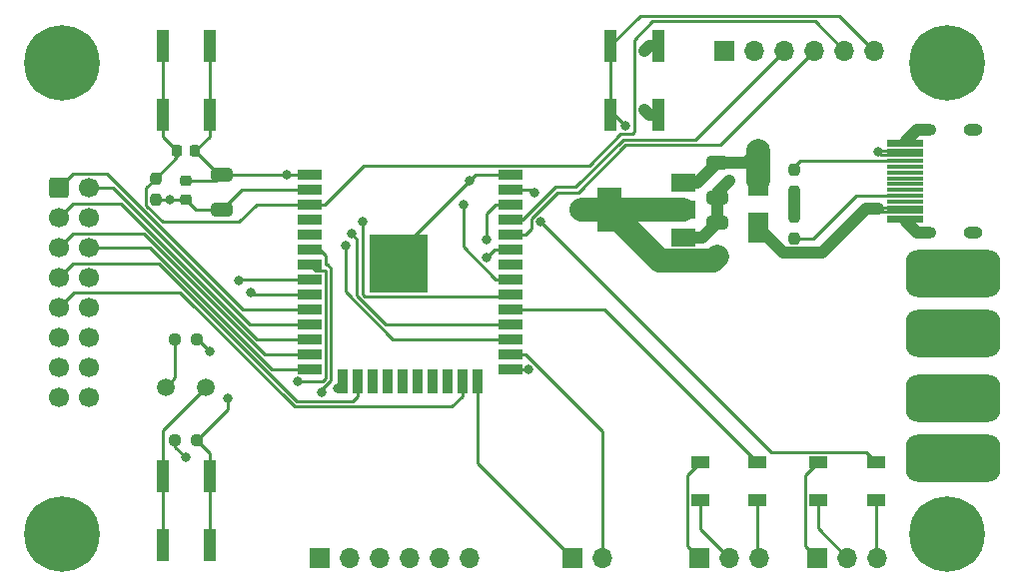
<source format=gtl>
G04 #@! TF.GenerationSoftware,KiCad,Pcbnew,6.0.9-8da3e8f707~117~ubuntu22.04.1*
G04 #@! TF.CreationDate,2022-12-19T09:45:41+00:00*
G04 #@! TF.ProjectId,esp32display,65737033-3264-4697-9370-6c61792e6b69,rev?*
G04 #@! TF.SameCoordinates,Original*
G04 #@! TF.FileFunction,Copper,L1,Top*
G04 #@! TF.FilePolarity,Positive*
%FSLAX46Y46*%
G04 Gerber Fmt 4.6, Leading zero omitted, Abs format (unit mm)*
G04 Created by KiCad (PCBNEW 6.0.9-8da3e8f707~117~ubuntu22.04.1) date 2022-12-19 09:45:41*
%MOMM*%
%LPD*%
G01*
G04 APERTURE LIST*
G04 Aperture macros list*
%AMRoundRect*
0 Rectangle with rounded corners*
0 $1 Rounding radius*
0 $2 $3 $4 $5 $6 $7 $8 $9 X,Y pos of 4 corners*
0 Add a 4 corners polygon primitive as box body*
4,1,4,$2,$3,$4,$5,$6,$7,$8,$9,$2,$3,0*
0 Add four circle primitives for the rounded corners*
1,1,$1+$1,$2,$3*
1,1,$1+$1,$4,$5*
1,1,$1+$1,$6,$7*
1,1,$1+$1,$8,$9*
0 Add four rect primitives between the rounded corners*
20,1,$1+$1,$2,$3,$4,$5,0*
20,1,$1+$1,$4,$5,$6,$7,0*
20,1,$1+$1,$6,$7,$8,$9,0*
20,1,$1+$1,$8,$9,$2,$3,0*%
G04 Aperture macros list end*
G04 #@! TA.AperFunction,SMDPad,CuDef*
%ADD10R,1.000000X2.800000*%
G04 #@! TD*
G04 #@! TA.AperFunction,ComponentPad*
%ADD11R,1.700000X1.700000*%
G04 #@! TD*
G04 #@! TA.AperFunction,ComponentPad*
%ADD12O,1.700000X1.700000*%
G04 #@! TD*
G04 #@! TA.AperFunction,SMDPad,CuDef*
%ADD13RoundRect,0.237500X-0.250000X-0.237500X0.250000X-0.237500X0.250000X0.237500X-0.250000X0.237500X0*%
G04 #@! TD*
G04 #@! TA.AperFunction,SMDPad,CuDef*
%ADD14R,3.150000X0.300000*%
G04 #@! TD*
G04 #@! TA.AperFunction,ComponentPad*
%ADD15O,2.100000X1.000000*%
G04 #@! TD*
G04 #@! TA.AperFunction,ComponentPad*
%ADD16O,1.600000X1.000000*%
G04 #@! TD*
G04 #@! TA.AperFunction,SMDPad,CuDef*
%ADD17RoundRect,0.237500X0.237500X-0.250000X0.237500X0.250000X-0.237500X0.250000X-0.237500X-0.250000X0*%
G04 #@! TD*
G04 #@! TA.AperFunction,ComponentPad*
%ADD18RoundRect,1.000000X-3.000000X1.000000X-3.000000X-1.000000X3.000000X-1.000000X3.000000X1.000000X0*%
G04 #@! TD*
G04 #@! TA.AperFunction,SMDPad,CuDef*
%ADD19RoundRect,0.250000X0.650000X-0.325000X0.650000X0.325000X-0.650000X0.325000X-0.650000X-0.325000X0*%
G04 #@! TD*
G04 #@! TA.AperFunction,SMDPad,CuDef*
%ADD20R,2.000000X0.900000*%
G04 #@! TD*
G04 #@! TA.AperFunction,SMDPad,CuDef*
%ADD21R,0.900000X2.000000*%
G04 #@! TD*
G04 #@! TA.AperFunction,SMDPad,CuDef*
%ADD22R,5.000000X5.000000*%
G04 #@! TD*
G04 #@! TA.AperFunction,SMDPad,CuDef*
%ADD23RoundRect,0.225000X-0.225000X-0.250000X0.225000X-0.250000X0.225000X0.250000X-0.225000X0.250000X0*%
G04 #@! TD*
G04 #@! TA.AperFunction,ComponentPad*
%ADD24C,0.800000*%
G04 #@! TD*
G04 #@! TA.AperFunction,ComponentPad*
%ADD25C,6.400000*%
G04 #@! TD*
G04 #@! TA.AperFunction,SMDPad,CuDef*
%ADD26RoundRect,0.237500X0.250000X0.237500X-0.250000X0.237500X-0.250000X-0.237500X0.250000X-0.237500X0*%
G04 #@! TD*
G04 #@! TA.AperFunction,SMDPad,CuDef*
%ADD27R,1.800000X2.500000*%
G04 #@! TD*
G04 #@! TA.AperFunction,ComponentPad*
%ADD28RoundRect,0.250000X-0.600000X-0.600000X0.600000X-0.600000X0.600000X0.600000X-0.600000X0.600000X0*%
G04 #@! TD*
G04 #@! TA.AperFunction,ComponentPad*
%ADD29C,1.700000*%
G04 #@! TD*
G04 #@! TA.AperFunction,SMDPad,CuDef*
%ADD30RoundRect,0.250000X-0.650000X0.325000X-0.650000X-0.325000X0.650000X-0.325000X0.650000X0.325000X0*%
G04 #@! TD*
G04 #@! TA.AperFunction,SMDPad,CuDef*
%ADD31RoundRect,0.237500X-0.237500X0.250000X-0.237500X-0.250000X0.237500X-0.250000X0.237500X0.250000X0*%
G04 #@! TD*
G04 #@! TA.AperFunction,SMDPad,CuDef*
%ADD32R,1.500000X1.000000*%
G04 #@! TD*
G04 #@! TA.AperFunction,SMDPad,CuDef*
%ADD33R,2.000000X1.500000*%
G04 #@! TD*
G04 #@! TA.AperFunction,SMDPad,CuDef*
%ADD34R,2.000000X3.800000*%
G04 #@! TD*
G04 #@! TA.AperFunction,ComponentPad*
%ADD35C,1.500000*%
G04 #@! TD*
G04 #@! TA.AperFunction,SMDPad,CuDef*
%ADD36RoundRect,0.225000X0.250000X-0.225000X0.250000X0.225000X-0.250000X0.225000X-0.250000X-0.225000X0*%
G04 #@! TD*
G04 #@! TA.AperFunction,ViaPad*
%ADD37C,2.000000*%
G04 #@! TD*
G04 #@! TA.AperFunction,ViaPad*
%ADD38C,1.000000*%
G04 #@! TD*
G04 #@! TA.AperFunction,ViaPad*
%ADD39C,0.800000*%
G04 #@! TD*
G04 #@! TA.AperFunction,Conductor*
%ADD40C,0.250000*%
G04 #@! TD*
G04 #@! TA.AperFunction,Conductor*
%ADD41C,1.000000*%
G04 #@! TD*
G04 #@! TA.AperFunction,Conductor*
%ADD42C,2.000000*%
G04 #@! TD*
G04 APERTURE END LIST*
D10*
G04 #@! TO.P,SW3,1,1*
G04 #@! TO.N,GND*
X177000000Y-77600000D03*
X177000000Y-83400000D03*
G04 #@! TO.P,SW3,2,2*
G04 #@! TO.N,BOOT*
X173000000Y-77600000D03*
X173000000Y-83400000D03*
G04 #@! TD*
D11*
G04 #@! TO.P,J8,1,Pin_1*
G04 #@! TO.N,+5V*
X190500000Y-121000000D03*
D12*
G04 #@! TO.P,J8,2,Pin_2*
G04 #@! TO.N,Net-(D3-Pad2)*
X193040000Y-121000000D03*
G04 #@! TO.P,J8,3,Pin_3*
G04 #@! TO.N,GND*
X195580000Y-121000000D03*
G04 #@! TD*
D13*
G04 #@! TO.P,R5,1*
G04 #@! TO.N,+3V3*
X136087500Y-111000000D03*
G04 #@! TO.P,R5,2*
G04 #@! TO.N,BUTTON*
X137912500Y-111000000D03*
G04 #@! TD*
D10*
G04 #@! TO.P,SW1,1,1*
G04 #@! TO.N,GND*
X135000000Y-119900000D03*
X135000000Y-114100000D03*
G04 #@! TO.P,SW1,2,2*
G04 #@! TO.N,BUTTON*
X139000000Y-114100000D03*
X139000000Y-119900000D03*
G04 #@! TD*
D14*
G04 #@! TO.P,J3,A1,GND*
G04 #@! TO.N,GND*
X197980000Y-92400000D03*
G04 #@! TO.P,J3,A4,VBUS*
G04 #@! TO.N,Net-(D1-Pad2)*
X197980000Y-91600000D03*
G04 #@! TO.P,J3,A5,CC1*
G04 #@! TO.N,Net-(J3-PadA5)*
X197980000Y-90300000D03*
G04 #@! TO.P,J3,A6,D+*
G04 #@! TO.N,unconnected-(J3-PadA6)*
X197980000Y-89300000D03*
G04 #@! TO.P,J3,A7,D-*
G04 #@! TO.N,unconnected-(J3-PadA7)*
X197980000Y-88800000D03*
G04 #@! TO.P,J3,A8,SBU1*
G04 #@! TO.N,unconnected-(J3-PadA8)*
X197980000Y-87800000D03*
G04 #@! TO.P,J3,A9,VBUS*
G04 #@! TO.N,Net-(D1-Pad2)*
X197980000Y-86500000D03*
G04 #@! TO.P,J3,A12,GND*
G04 #@! TO.N,GND*
X197980000Y-85700000D03*
G04 #@! TO.P,J3,B1,GND*
X197980000Y-86000000D03*
G04 #@! TO.P,J3,B4,VBUS*
G04 #@! TO.N,Net-(D1-Pad2)*
X197980000Y-86800000D03*
G04 #@! TO.P,J3,B5,CC2*
G04 #@! TO.N,Net-(J3-PadB5)*
X197980000Y-87300000D03*
G04 #@! TO.P,J3,B6,D+*
G04 #@! TO.N,unconnected-(J3-PadB6)*
X197980000Y-88300000D03*
G04 #@! TO.P,J3,B7,D-*
G04 #@! TO.N,unconnected-(J3-PadB7)*
X197980000Y-89800000D03*
G04 #@! TO.P,J3,B8,SBU2*
G04 #@! TO.N,unconnected-(J3-PadB8)*
X197980000Y-90800000D03*
G04 #@! TO.P,J3,B9,VBUS*
G04 #@! TO.N,Net-(D1-Pad2)*
X197980000Y-91300000D03*
G04 #@! TO.P,J3,B12,GND*
G04 #@! TO.N,GND*
X197980000Y-92100000D03*
D15*
G04 #@! TO.P,J3,S1,SHIELD*
X199545000Y-93370000D03*
D16*
X203725000Y-84730000D03*
D15*
X199545000Y-84730000D03*
D16*
X203725000Y-93370000D03*
G04 #@! TD*
D17*
G04 #@! TO.P,R2,1*
G04 #@! TO.N,Net-(J3-PadA5)*
X188500000Y-93912500D03*
G04 #@! TO.P,R2,2*
G04 #@! TO.N,GND*
X188500000Y-92087500D03*
G04 #@! TD*
D11*
G04 #@! TO.P,J6,1,Pin_1*
G04 #@! TO.N,TOUCH1*
X169725000Y-121000000D03*
D12*
G04 #@! TO.P,J6,2,Pin_2*
G04 #@! TO.N,TOUCH2*
X172265000Y-121000000D03*
G04 #@! TD*
D18*
G04 #@! TO.P,J2,1,Pin_1*
G04 #@! TO.N,GND*
X202000000Y-107460000D03*
G04 #@! TO.P,J2,2,Pin_2*
G04 #@! TO.N,+5V*
X202000000Y-112540000D03*
G04 #@! TD*
D19*
G04 #@! TO.P,C3,1*
G04 #@! TO.N,+3V3*
X140000000Y-91475000D03*
G04 #@! TO.P,C3,2*
G04 #@! TO.N,GND*
X140000000Y-88525000D03*
G04 #@! TD*
D20*
G04 #@! TO.P,U2,1,GND*
G04 #@! TO.N,GND*
X147500000Y-88495000D03*
G04 #@! TO.P,U2,2,VDD*
G04 #@! TO.N,+3V3*
X147500000Y-89765000D03*
G04 #@! TO.P,U2,3,EN*
G04 #@! TO.N,RESET*
X147500000Y-91035000D03*
G04 #@! TO.P,U2,4,SENSOR_VP*
G04 #@! TO.N,unconnected-(U2-Pad4)*
X147500000Y-92305000D03*
G04 #@! TO.P,U2,5,SENSOR_VN*
G04 #@! TO.N,unconnected-(U2-Pad5)*
X147500000Y-93575000D03*
G04 #@! TO.P,U2,6,IO34*
G04 #@! TO.N,BUTTON*
X147500000Y-94845000D03*
G04 #@! TO.P,U2,7,IO35*
G04 #@! TO.N,LIGHT*
X147500000Y-96115000D03*
G04 #@! TO.P,U2,8,IO32*
G04 #@! TO.N,LAT*
X147500000Y-97385000D03*
G04 #@! TO.P,U2,9,IO33*
G04 #@! TO.N,OE*
X147500000Y-98655000D03*
G04 #@! TO.P,U2,10,IO25*
G04 #@! TO.N,R1*
X147500000Y-99925000D03*
G04 #@! TO.P,U2,11,IO26*
G04 #@! TO.N,G1*
X147500000Y-101195000D03*
G04 #@! TO.P,U2,12,IO27*
G04 #@! TO.N,B1*
X147500000Y-102465000D03*
G04 #@! TO.P,U2,13,IO14*
G04 #@! TO.N,R2*
X147500000Y-103735000D03*
G04 #@! TO.P,U2,14,IO12*
G04 #@! TO.N,G2*
X147500000Y-105005000D03*
D21*
G04 #@! TO.P,U2,15,GND*
G04 #@! TO.N,GND*
X150285000Y-106005000D03*
G04 #@! TO.P,U2,16,IO13*
G04 #@! TO.N,B2*
X151555000Y-106005000D03*
G04 #@! TO.P,U2,17,SHD/SD2*
G04 #@! TO.N,unconnected-(U2-Pad17)*
X152825000Y-106005000D03*
G04 #@! TO.P,U2,18,SWP/SD3*
G04 #@! TO.N,unconnected-(U2-Pad18)*
X154095000Y-106005000D03*
G04 #@! TO.P,U2,19,SCS/CMD*
G04 #@! TO.N,unconnected-(U2-Pad19)*
X155365000Y-106005000D03*
G04 #@! TO.P,U2,20,SCK/CLK*
G04 #@! TO.N,unconnected-(U2-Pad20)*
X156635000Y-106005000D03*
G04 #@! TO.P,U2,21,SDO/SD0*
G04 #@! TO.N,unconnected-(U2-Pad21)*
X157905000Y-106005000D03*
G04 #@! TO.P,U2,22,SDI/SD1*
G04 #@! TO.N,unconnected-(U2-Pad22)*
X159175000Y-106005000D03*
G04 #@! TO.P,U2,23,IO15*
G04 #@! TO.N,A*
X160445000Y-106005000D03*
G04 #@! TO.P,U2,24,IO2*
G04 #@! TO.N,TOUCH1*
X161715000Y-106005000D03*
D20*
G04 #@! TO.P,U2,25,IO0*
G04 #@! TO.N,BOOT*
X164500000Y-105005000D03*
G04 #@! TO.P,U2,26,IO4*
G04 #@! TO.N,TOUCH2*
X164500000Y-103735000D03*
G04 #@! TO.P,U2,27,IO16*
G04 #@! TO.N,D*
X164500000Y-102465000D03*
G04 #@! TO.P,U2,28,IO17*
G04 #@! TO.N,C*
X164500000Y-101195000D03*
G04 #@! TO.P,U2,29,IO5*
G04 #@! TO.N,NPX1*
X164500000Y-99925000D03*
G04 #@! TO.P,U2,30,IO18*
G04 #@! TO.N,B*
X164500000Y-98655000D03*
G04 #@! TO.P,U2,31,IO19*
G04 #@! TO.N,CLK*
X164500000Y-97385000D03*
G04 #@! TO.P,U2,32,NC*
G04 #@! TO.N,unconnected-(U2-Pad32)*
X164500000Y-96115000D03*
G04 #@! TO.P,U2,33,IO21*
G04 #@! TO.N,SDA*
X164500000Y-94845000D03*
G04 #@! TO.P,U2,34,RXD0/IO3*
G04 #@! TO.N,RXDI_PROG*
X164500000Y-93575000D03*
G04 #@! TO.P,U2,35,TXD0/IO1*
G04 #@! TO.N,TXDO_PROG*
X164500000Y-92305000D03*
G04 #@! TO.P,U2,36,IO22*
G04 #@! TO.N,SCL*
X164500000Y-91035000D03*
G04 #@! TO.P,U2,37,IO23*
G04 #@! TO.N,NPX2*
X164500000Y-89765000D03*
G04 #@! TO.P,U2,38,GND*
G04 #@! TO.N,GND*
X164500000Y-88495000D03*
D22*
G04 #@! TO.P,U2,39,GND*
X155000000Y-95995000D03*
G04 #@! TD*
D23*
G04 #@! TO.P,C5,1*
G04 #@! TO.N,RESET*
X136225000Y-86500000D03*
G04 #@! TO.P,C5,2*
G04 #@! TO.N,GND*
X137775000Y-86500000D03*
G04 #@! TD*
D11*
G04 #@! TO.P,J4,1,Pin_1*
G04 #@! TO.N,+3V3*
X148340000Y-121000000D03*
D12*
G04 #@! TO.P,J4,2,Pin_2*
X150880000Y-121000000D03*
G04 #@! TO.P,J4,3,Pin_3*
G04 #@! TO.N,GND*
X153420000Y-121000000D03*
G04 #@! TO.P,J4,4,Pin_4*
G04 #@! TO.N,SCL*
X155960000Y-121000000D03*
G04 #@! TO.P,J4,5,Pin_5*
G04 #@! TO.N,SDA*
X158500000Y-121000000D03*
G04 #@! TO.P,J4,6,Pin_6*
G04 #@! TO.N,unconnected-(J4-Pad6)*
X161040000Y-121000000D03*
G04 #@! TD*
D11*
G04 #@! TO.P,J9,1,Pin_1*
G04 #@! TO.N,+3V3*
X182650000Y-78000000D03*
D12*
G04 #@! TO.P,J9,2,Pin_2*
G04 #@! TO.N,GND*
X185190000Y-78000000D03*
G04 #@! TO.P,J9,3,Pin_3*
G04 #@! TO.N,TXDO_PROG*
X187730000Y-78000000D03*
G04 #@! TO.P,J9,4,Pin_4*
G04 #@! TO.N,RXDI_PROG*
X190270000Y-78000000D03*
G04 #@! TO.P,J9,5,Pin_5*
G04 #@! TO.N,RESET*
X192810000Y-78000000D03*
G04 #@! TO.P,J9,6,Pin_6*
G04 #@! TO.N,BOOT*
X195350000Y-78000000D03*
G04 #@! TD*
D24*
G04 #@! TO.P,REF\u002A\u002A,1*
G04 #@! TO.N,N/C*
X203197056Y-117302944D03*
X199802944Y-117302944D03*
X199802944Y-120697056D03*
X201500000Y-121400000D03*
X203197056Y-120697056D03*
X201500000Y-116600000D03*
X203900000Y-119000000D03*
X199100000Y-119000000D03*
D25*
X201500000Y-119000000D03*
G04 #@! TD*
D26*
G04 #@! TO.P,R3,1*
G04 #@! TO.N,+3V3*
X137912500Y-102500000D03*
G04 #@! TO.P,R3,2*
G04 #@! TO.N,LIGHT*
X136087500Y-102500000D03*
G04 #@! TD*
D27*
G04 #@! TO.P,D1,1,K*
G04 #@! TO.N,+5V*
X185500000Y-89000000D03*
G04 #@! TO.P,D1,2,A*
G04 #@! TO.N,Net-(D1-Pad2)*
X185500000Y-93000000D03*
G04 #@! TD*
D28*
G04 #@! TO.P,J5,1,Pin_1*
G04 #@! TO.N,R1*
X126247500Y-89610000D03*
D29*
G04 #@! TO.P,J5,2,Pin_2*
G04 #@! TO.N,G1*
X128787500Y-89610000D03*
G04 #@! TO.P,J5,3,Pin_3*
G04 #@! TO.N,B1*
X126247500Y-92150000D03*
G04 #@! TO.P,J5,4,Pin_4*
G04 #@! TO.N,GND*
X128787500Y-92150000D03*
G04 #@! TO.P,J5,5,Pin_5*
G04 #@! TO.N,R2*
X126247500Y-94690000D03*
G04 #@! TO.P,J5,6,Pin_6*
G04 #@! TO.N,G2*
X128787500Y-94690000D03*
G04 #@! TO.P,J5,7,Pin_7*
G04 #@! TO.N,B2*
X126247500Y-97230000D03*
G04 #@! TO.P,J5,8,Pin_8*
G04 #@! TO.N,GND*
X128787500Y-97230000D03*
G04 #@! TO.P,J5,9,Pin_9*
G04 #@! TO.N,A*
X126247500Y-99770000D03*
G04 #@! TO.P,J5,10,Pin_10*
G04 #@! TO.N,B*
X128787500Y-99770000D03*
G04 #@! TO.P,J5,11,Pin_11*
G04 #@! TO.N,C*
X126247500Y-102310000D03*
G04 #@! TO.P,J5,12,Pin_12*
G04 #@! TO.N,D*
X128787500Y-102310000D03*
G04 #@! TO.P,J5,13,Pin_13*
G04 #@! TO.N,CLK*
X126247500Y-104850000D03*
G04 #@! TO.P,J5,14,Pin_14*
G04 #@! TO.N,LAT*
X128787500Y-104850000D03*
G04 #@! TO.P,J5,15,Pin_15*
G04 #@! TO.N,OE*
X126247500Y-107390000D03*
G04 #@! TO.P,J5,16,Pin_16*
G04 #@! TO.N,GND*
X128787500Y-107390000D03*
G04 #@! TD*
D30*
G04 #@! TO.P,C1,1*
G04 #@! TO.N,+5V*
X182000000Y-87525000D03*
G04 #@! TO.P,C1,2*
G04 #@! TO.N,GND*
X182000000Y-90475000D03*
G04 #@! TD*
D31*
G04 #@! TO.P,R6,1*
G04 #@! TO.N,RESET*
X134412000Y-88804500D03*
G04 #@! TO.P,R6,2*
G04 #@! TO.N,+3V3*
X134412000Y-90629500D03*
G04 #@! TD*
D32*
G04 #@! TO.P,D2,1,VDD*
G04 #@! TO.N,+5V*
X180550000Y-112900000D03*
G04 #@! TO.P,D2,2,DOUT*
G04 #@! TO.N,Net-(D2-Pad2)*
X180550000Y-116100000D03*
G04 #@! TO.P,D2,3,VSS*
G04 #@! TO.N,GND*
X185450000Y-116100000D03*
G04 #@! TO.P,D2,4,DIN*
G04 #@! TO.N,NPX1*
X185450000Y-112900000D03*
G04 #@! TD*
G04 #@! TO.P,D3,1,VDD*
G04 #@! TO.N,+5V*
X190550000Y-112900000D03*
G04 #@! TO.P,D3,2,DOUT*
G04 #@! TO.N,Net-(D3-Pad2)*
X190550000Y-116100000D03*
G04 #@! TO.P,D3,3,VSS*
G04 #@! TO.N,GND*
X195450000Y-116100000D03*
G04 #@! TO.P,D3,4,DIN*
G04 #@! TO.N,NPX2*
X195450000Y-112900000D03*
G04 #@! TD*
D33*
G04 #@! TO.P,U1,1,GND*
G04 #@! TO.N,GND*
X179150000Y-93800000D03*
G04 #@! TO.P,U1,2,VO*
G04 #@! TO.N,+3V3*
X179150000Y-91500000D03*
D34*
X172850000Y-91500000D03*
D33*
G04 #@! TO.P,U1,3,VI*
G04 #@! TO.N,+5V*
X179150000Y-89200000D03*
G04 #@! TD*
D24*
G04 #@! TO.P,REF\u002A\u002A,1*
G04 #@! TO.N,N/C*
X203900000Y-79000000D03*
X201500000Y-76600000D03*
X199802944Y-80697056D03*
X201500000Y-81400000D03*
X203197056Y-77302944D03*
X203197056Y-80697056D03*
D25*
X201500000Y-79000000D03*
D24*
X199100000Y-79000000D03*
X199802944Y-77302944D03*
G04 #@! TD*
D11*
G04 #@! TO.P,J7,1,Pin_1*
G04 #@! TO.N,+5V*
X180475000Y-121000000D03*
D12*
G04 #@! TO.P,J7,2,Pin_2*
G04 #@! TO.N,Net-(D2-Pad2)*
X183015000Y-121000000D03*
G04 #@! TO.P,J7,3,Pin_3*
G04 #@! TO.N,GND*
X185555000Y-121000000D03*
G04 #@! TD*
D18*
G04 #@! TO.P,J1,1,Pin_1*
G04 #@! TO.N,GND*
X202000000Y-96920000D03*
G04 #@! TO.P,J1,2,Pin_2*
G04 #@! TO.N,+5V*
X202000000Y-102000000D03*
G04 #@! TD*
D35*
G04 #@! TO.P,R4,1*
G04 #@! TO.N,LIGHT*
X135300000Y-106500000D03*
G04 #@! TO.P,R4,2*
G04 #@! TO.N,GND*
X138700000Y-106500000D03*
G04 #@! TD*
D31*
G04 #@! TO.P,R1,1*
G04 #@! TO.N,Net-(J3-PadB5)*
X188500000Y-88087500D03*
G04 #@! TO.P,R1,2*
G04 #@! TO.N,GND*
X188500000Y-89912500D03*
G04 #@! TD*
D24*
G04 #@! TO.P,REF\u002A\u002A,1*
G04 #@! TO.N,N/C*
X126500000Y-81400000D03*
X124802944Y-77302944D03*
X128197056Y-80697056D03*
X124100000Y-79000000D03*
D25*
X126500000Y-79000000D03*
D24*
X126500000Y-76600000D03*
X128197056Y-77302944D03*
X128900000Y-79000000D03*
X124802944Y-80697056D03*
G04 #@! TD*
D10*
G04 #@! TO.P,SW2,1,1*
G04 #@! TO.N,GND*
X139000000Y-77600000D03*
X139000000Y-83400000D03*
G04 #@! TO.P,SW2,2,2*
G04 #@! TO.N,RESET*
X135000000Y-83400000D03*
X135000000Y-77600000D03*
G04 #@! TD*
D36*
G04 #@! TO.P,C4,1*
G04 #@! TO.N,+3V3*
X136952000Y-90583000D03*
G04 #@! TO.P,C4,2*
G04 #@! TO.N,GND*
X136952000Y-89033000D03*
G04 #@! TD*
D19*
G04 #@! TO.P,C2,1*
G04 #@! TO.N,+3V3*
X182000000Y-95475000D03*
G04 #@! TO.P,C2,2*
G04 #@! TO.N,GND*
X182000000Y-92525000D03*
G04 #@! TD*
D24*
G04 #@! TO.P,REF\u002A\u002A,1*
G04 #@! TO.N,N/C*
X128197056Y-117302944D03*
X124100000Y-119000000D03*
X126500000Y-121400000D03*
X126500000Y-116600000D03*
D25*
X126500000Y-119000000D03*
D24*
X124802944Y-120697056D03*
X128900000Y-119000000D03*
X128197056Y-120697056D03*
X124802944Y-117302944D03*
G04 #@! TD*
D37*
G04 #@! TO.N,+5V*
X185500000Y-86500000D03*
D38*
G04 #@! TO.N,GND*
X183000000Y-89000000D03*
D39*
X145500000Y-88500000D03*
X149870707Y-106605500D03*
D38*
X188500000Y-91000000D03*
X175824500Y-83000000D03*
X175824500Y-78000000D03*
D39*
X161000000Y-89000000D03*
G04 #@! TO.N,+3V3*
X137000000Y-112500000D03*
X139000000Y-103500000D03*
D37*
X170500000Y-91500000D03*
D39*
X135629500Y-90629500D03*
G04 #@! TO.N,Net-(D1-Pad2)*
X195650000Y-91400000D03*
X195658847Y-86575500D03*
G04 #@! TO.N,NPX2*
X166500000Y-90000000D03*
X167000000Y-92500000D03*
G04 #@! TO.N,SDA*
X162500000Y-95500000D03*
G04 #@! TO.N,SCL*
X162500000Y-94000000D03*
G04 #@! TO.N,B*
X152000000Y-92500000D03*
G04 #@! TO.N,C*
X151000000Y-93500000D03*
G04 #@! TO.N,D*
X150500000Y-94500000D03*
G04 #@! TO.N,CLK*
X160500000Y-91000000D03*
G04 #@! TO.N,LAT*
X141500000Y-97500000D03*
G04 #@! TO.N,OE*
X142500000Y-98500000D03*
G04 #@! TO.N,BOOT*
X174261880Y-84325999D03*
X165995201Y-105004799D03*
G04 #@! TO.N,LIGHT*
X146500000Y-106054502D03*
G04 #@! TO.N,BUTTON*
X148500000Y-107000000D03*
X140500000Y-107500000D03*
G04 #@! TD*
D40*
G04 #@! TO.N,+5V*
X180475000Y-121000000D02*
X179475000Y-120000000D01*
D41*
X182000000Y-87525000D02*
X184475000Y-87525000D01*
D40*
X179475000Y-113975000D02*
X180550000Y-112900000D01*
X190500000Y-121000000D02*
X189475000Y-119975000D01*
D41*
X179150000Y-89200000D02*
X180325000Y-89200000D01*
X180325000Y-89200000D02*
X182000000Y-87525000D01*
D42*
X185500000Y-89000000D02*
X185500000Y-86500000D01*
D40*
X179475000Y-120000000D02*
X179475000Y-113975000D01*
X189475000Y-113975000D02*
X190550000Y-112900000D01*
D41*
X184475000Y-87525000D02*
X185500000Y-86500000D01*
D40*
X189475000Y-119975000D02*
X189475000Y-113975000D01*
D41*
G04 #@! TO.N,GND*
X188500000Y-89912500D02*
X188500000Y-91000000D01*
X176224500Y-83400000D02*
X175824500Y-83000000D01*
X182000000Y-90475000D02*
X182000000Y-90000000D01*
D40*
X195450000Y-116100000D02*
X195450000Y-120251701D01*
D41*
X177000000Y-83400000D02*
X176224500Y-83400000D01*
X182000000Y-92525000D02*
X182000000Y-90475000D01*
D40*
X135000000Y-119900000D02*
X135000000Y-114100000D01*
X145500000Y-88500000D02*
X140025000Y-88500000D01*
X135000000Y-110200000D02*
X138700000Y-106500000D01*
X140000000Y-88525000D02*
X139800000Y-88525000D01*
X137775000Y-86500000D02*
X139000000Y-85275000D01*
X150285000Y-106005000D02*
X150285000Y-106191207D01*
X185450000Y-116100000D02*
X185450000Y-120895000D01*
X161505000Y-88495000D02*
X161000000Y-89000000D01*
X155000000Y-95000000D02*
X155000000Y-95995000D01*
D41*
X199545000Y-93370000D02*
X198950000Y-93370000D01*
D40*
X185450000Y-120895000D02*
X185555000Y-121000000D01*
X139492000Y-89033000D02*
X136952000Y-89033000D01*
X139000000Y-85275000D02*
X139000000Y-83400000D01*
D41*
X198950000Y-93370000D02*
X198029500Y-92449500D01*
D40*
X139000000Y-83400000D02*
X139000000Y-77600000D01*
X164500000Y-88495000D02*
X161505000Y-88495000D01*
D41*
X198950000Y-84730000D02*
X198029500Y-85650500D01*
D40*
X150285000Y-106191207D02*
X149870707Y-106605500D01*
X139800000Y-88525000D02*
X137775000Y-86500000D01*
D41*
X199545000Y-84730000D02*
X198950000Y-84730000D01*
D40*
X135000000Y-114100000D02*
X135000000Y-110200000D01*
D41*
X179150000Y-93800000D02*
X180725000Y-93800000D01*
X176224500Y-77600000D02*
X175824500Y-78000000D01*
X182000000Y-90000000D02*
X183000000Y-89000000D01*
X177000000Y-77600000D02*
X176224500Y-77600000D01*
D40*
X145505000Y-88495000D02*
X145500000Y-88500000D01*
X147500000Y-88495000D02*
X145505000Y-88495000D01*
D41*
X180725000Y-93800000D02*
X182000000Y-92525000D01*
D40*
X140000000Y-88525000D02*
X139492000Y-89033000D01*
D41*
X188500000Y-92087500D02*
X188500000Y-91000000D01*
D40*
X161000000Y-89000000D02*
X155000000Y-95000000D01*
X195450000Y-120251701D02*
X195580000Y-120381701D01*
X195580000Y-120381701D02*
X195580000Y-121000000D01*
X140025000Y-88500000D02*
X140000000Y-88525000D01*
D42*
G04 #@! TO.N,+3V3*
X172850000Y-91500000D02*
X177100000Y-95750000D01*
X177100000Y-95750000D02*
X181725000Y-95750000D01*
D40*
X137844000Y-91475000D02*
X136952000Y-90583000D01*
X137844000Y-91475000D02*
X140000000Y-91475000D01*
X140000000Y-91475000D02*
X141710000Y-89765000D01*
X138000000Y-102500000D02*
X139000000Y-103500000D01*
X141710000Y-89765000D02*
X147500000Y-89765000D01*
X135676000Y-90583000D02*
X135629500Y-90629500D01*
X136087500Y-111000000D02*
X136087500Y-111587500D01*
X136952000Y-90583000D02*
X135676000Y-90583000D01*
D42*
X172850000Y-91500000D02*
X179150000Y-91500000D01*
X181725000Y-95750000D02*
X182000000Y-95475000D01*
D40*
X137912500Y-102500000D02*
X138000000Y-102500000D01*
X136087500Y-111587500D02*
X137000000Y-112500000D01*
X134412000Y-90629500D02*
X135629500Y-90629500D01*
D42*
X172850000Y-91500000D02*
X170500000Y-91500000D01*
D40*
G04 #@! TO.N,RESET*
X171144310Y-87720000D02*
X152065000Y-87720000D01*
X141500000Y-92500000D02*
X142965000Y-91035000D01*
X135000000Y-83400000D02*
X135000000Y-85275000D01*
X142965000Y-91035000D02*
X147500000Y-91035000D01*
X175000000Y-84864310D02*
X174813811Y-85050499D01*
X133612000Y-89604500D02*
X133612000Y-91112495D01*
X190310000Y-75500000D02*
X176550000Y-75500000D01*
X176550000Y-75500000D02*
X175000000Y-77050000D01*
X133612000Y-91112495D02*
X134999505Y-92500000D01*
X152065000Y-87720000D02*
X148750000Y-91035000D01*
X134412000Y-88804500D02*
X133612000Y-89604500D01*
X173813811Y-85050499D02*
X171144310Y-87720000D01*
X136225000Y-86500000D02*
X136225000Y-86991500D01*
X135000000Y-77600000D02*
X135000000Y-83400000D01*
X148750000Y-91035000D02*
X147500000Y-91035000D01*
X174813811Y-85050499D02*
X173813811Y-85050499D01*
X134999505Y-92500000D02*
X141500000Y-92500000D01*
X135000000Y-85275000D02*
X136225000Y-86500000D01*
X175000000Y-77050000D02*
X175000000Y-84864310D01*
X192810000Y-78000000D02*
X190310000Y-75500000D01*
X136225000Y-86991500D02*
X134412000Y-88804500D01*
D41*
G04 #@! TO.N,Net-(D1-Pad2)*
X194600000Y-91400000D02*
X195650000Y-91400000D01*
D40*
X197980000Y-91600000D02*
X195850000Y-91600000D01*
X197980000Y-91300000D02*
X195750000Y-91300000D01*
D41*
X185500000Y-93000000D02*
X187600000Y-95100000D01*
X190900000Y-95100000D02*
X194600000Y-91400000D01*
D40*
X195883347Y-86800000D02*
X195658847Y-86575500D01*
D41*
X187600000Y-95100000D02*
X190900000Y-95100000D01*
D40*
X197980000Y-86800000D02*
X195883347Y-86800000D01*
X197980000Y-86500000D02*
X195734347Y-86500000D01*
X195724500Y-86575500D02*
X195658847Y-86575500D01*
X195750000Y-91300000D02*
X195650000Y-91400000D01*
X195850000Y-91600000D02*
X195650000Y-91400000D01*
X195800000Y-91250000D02*
X195650000Y-91400000D01*
G04 #@! TO.N,Net-(D2-Pad2)*
X180550000Y-116100000D02*
X180550000Y-118535000D01*
X180550000Y-118535000D02*
X183015000Y-121000000D01*
G04 #@! TO.N,NPX1*
X164500000Y-99925000D02*
X172475000Y-99925000D01*
X172475000Y-99925000D02*
X185450000Y-112900000D01*
G04 #@! TO.N,Net-(D3-Pad2)*
X190550000Y-116100000D02*
X190550000Y-118510000D01*
X190550000Y-118510000D02*
X193040000Y-121000000D01*
G04 #@! TO.N,NPX2*
X186575000Y-112075000D02*
X194625000Y-112075000D01*
X167000000Y-92500000D02*
X186575000Y-112075000D01*
X194625000Y-112075000D02*
X195450000Y-112900000D01*
X164500000Y-89765000D02*
X166265000Y-89765000D01*
X166265000Y-89765000D02*
X166500000Y-90000000D01*
G04 #@! TO.N,Net-(J3-PadA5)*
X188500000Y-93912500D02*
X190187500Y-93912500D01*
X190187500Y-93912500D02*
X193800000Y-90300000D01*
X193800000Y-90300000D02*
X197980000Y-90300000D01*
G04 #@! TO.N,Net-(J3-PadB5)*
X188500000Y-87850000D02*
X189050000Y-87300000D01*
X188500000Y-88087500D02*
X188500000Y-87850000D01*
X189050000Y-87300000D02*
X197980000Y-87300000D01*
G04 #@! TO.N,SDA*
X163155000Y-94845000D02*
X162500000Y-95500000D01*
X164500000Y-94845000D02*
X163155000Y-94845000D01*
G04 #@! TO.N,SCL*
X164500000Y-91035000D02*
X163250000Y-91035000D01*
X162500000Y-91785000D02*
X162500000Y-94000000D01*
X163250000Y-91035000D02*
X162500000Y-91785000D01*
G04 #@! TO.N,R1*
X130298815Y-88435000D02*
X127422500Y-88435000D01*
X147500000Y-99925000D02*
X141788815Y-99925000D01*
X127422500Y-88435000D02*
X126247500Y-89610000D01*
X141788815Y-99925000D02*
X130298815Y-88435000D01*
G04 #@! TO.N,G1*
X147500000Y-101195000D02*
X142373450Y-101195000D01*
X130788450Y-89610000D02*
X128787500Y-89610000D01*
X142373450Y-101195000D02*
X130788450Y-89610000D01*
G04 #@! TO.N,B1*
X143007760Y-102465000D02*
X131517760Y-90975000D01*
X131517760Y-90975000D02*
X127422500Y-90975000D01*
X127422500Y-90975000D02*
X126247500Y-92150000D01*
X147500000Y-102465000D02*
X143007760Y-102465000D01*
G04 #@! TO.N,R2*
X143642070Y-103735000D02*
X133422070Y-93515000D01*
X147500000Y-103735000D02*
X143642070Y-103735000D01*
X127422500Y-93515000D02*
X126247500Y-94690000D01*
X133422070Y-93515000D02*
X127422500Y-93515000D01*
G04 #@! TO.N,G2*
X147500000Y-105005000D02*
X144276380Y-105005000D01*
X144276380Y-105005000D02*
X133961380Y-94690000D01*
X133961380Y-94690000D02*
X128787500Y-94690000D01*
G04 #@! TO.N,B2*
X146360190Y-107724500D02*
X134690690Y-96055000D01*
X151085500Y-107724500D02*
X146360190Y-107724500D01*
X127422500Y-96055000D02*
X126247500Y-97230000D01*
X151555000Y-106005000D02*
X151555000Y-107255000D01*
X151555000Y-107255000D02*
X151085500Y-107724500D01*
X134690690Y-96055000D02*
X127422500Y-96055000D01*
G04 #@! TO.N,A*
X146174001Y-108174001D02*
X136500000Y-98500000D01*
X160445000Y-107255000D02*
X159525999Y-108174001D01*
X159525999Y-108174001D02*
X146174001Y-108174001D01*
X127517500Y-98500000D02*
X126247500Y-99770000D01*
X136500000Y-98500000D02*
X127517500Y-98500000D01*
X160445000Y-106005000D02*
X160445000Y-107255000D01*
G04 #@! TO.N,B*
X152175000Y-98820000D02*
X152000000Y-98645000D01*
X152000000Y-98645000D02*
X152000000Y-92500000D01*
X164500000Y-98655000D02*
X164335000Y-98820000D01*
X164335000Y-98820000D02*
X152175000Y-98820000D01*
G04 #@! TO.N,C*
X151500000Y-98780690D02*
X151500000Y-98500000D01*
X151500000Y-94000000D02*
X151000000Y-93500000D01*
X153914310Y-101195000D02*
X151500000Y-98780690D01*
X151500000Y-98500000D02*
X151500000Y-94000000D01*
X164500000Y-101195000D02*
X153914310Y-101195000D01*
G04 #@! TO.N,D*
X150500000Y-98417086D02*
X150500000Y-94500000D01*
X154547914Y-102465000D02*
X150500000Y-98417086D01*
X164500000Y-102465000D02*
X154547914Y-102465000D01*
G04 #@! TO.N,CLK*
X164500000Y-97385000D02*
X163250000Y-97385000D01*
X163250000Y-97385000D02*
X160500000Y-94635000D01*
X160500000Y-94635000D02*
X160500000Y-91000000D01*
G04 #@! TO.N,LAT*
X147500000Y-97385000D02*
X141615000Y-97385000D01*
X141615000Y-97385000D02*
X141500000Y-97500000D01*
G04 #@! TO.N,OE*
X142655000Y-98655000D02*
X142500000Y-98500000D01*
X147500000Y-98655000D02*
X142655000Y-98655000D01*
G04 #@! TO.N,TOUCH1*
X161715000Y-112990000D02*
X169725000Y-121000000D01*
X161715000Y-106005000D02*
X161715000Y-112990000D01*
G04 #@! TO.N,TOUCH2*
X172265000Y-110250000D02*
X172265000Y-121000000D01*
X164500000Y-103735000D02*
X165750000Y-103735000D01*
X165750000Y-103735000D02*
X172265000Y-110250000D01*
G04 #@! TO.N,TXDO_PROG*
X187730000Y-78000000D02*
X180179501Y-85550499D01*
X165534712Y-92305000D02*
X164500000Y-92305000D01*
X168289213Y-89550499D02*
X165534712Y-92305000D01*
X180179501Y-85550499D02*
X174035191Y-85550499D01*
X170035191Y-89550499D02*
X168289213Y-89550499D01*
X174035191Y-85550499D02*
X170035191Y-89550499D01*
G04 #@! TO.N,RXDI_PROG*
X165750000Y-93575000D02*
X164500000Y-93575000D01*
X166275500Y-92199902D02*
X166275500Y-93049500D01*
X168475402Y-90000000D02*
X166275500Y-92199902D01*
X170221380Y-90000000D02*
X168475402Y-90000000D01*
X174221380Y-86000000D02*
X170221380Y-90000000D01*
X166275500Y-93049500D02*
X165750000Y-93575000D01*
X190270000Y-78000000D02*
X182270000Y-86000000D01*
X182270000Y-86000000D02*
X174221380Y-86000000D01*
G04 #@! TO.N,BOOT*
X173000000Y-77600000D02*
X173000000Y-77500000D01*
X173335881Y-83400000D02*
X174261880Y-84325999D01*
X173000000Y-83400000D02*
X173335881Y-83400000D01*
X192350000Y-75000000D02*
X195350000Y-78000000D01*
X175500000Y-75000000D02*
X192350000Y-75000000D01*
X164500000Y-105005000D02*
X165995000Y-105005000D01*
X173000000Y-77500000D02*
X175500000Y-75000000D01*
X165995000Y-105005000D02*
X165995201Y-105004799D01*
X173000000Y-83400000D02*
X173000000Y-77600000D01*
G04 #@! TO.N,LIGHT*
X136087500Y-105712500D02*
X135300000Y-106500000D01*
X147500000Y-96115000D02*
X147995000Y-96610000D01*
X146504003Y-106050499D02*
X146500000Y-106054502D01*
X148554501Y-106050499D02*
X146504003Y-106050499D01*
X148825000Y-105780000D02*
X148554501Y-106050499D01*
X148825000Y-96610000D02*
X148825000Y-105780000D01*
X136087500Y-102500000D02*
X136087500Y-105712500D01*
X147995000Y-96610000D02*
X148825000Y-96610000D01*
G04 #@! TO.N,BUTTON*
X148825000Y-96160499D02*
X149011189Y-96160499D01*
X148330000Y-94845000D02*
X148825000Y-95340000D01*
X147500000Y-94845000D02*
X148330000Y-94845000D01*
X139000000Y-114100000D02*
X139000000Y-119900000D01*
X140500000Y-107500000D02*
X140500000Y-108412500D01*
X139000000Y-112087500D02*
X139000000Y-114100000D01*
X148500000Y-106740690D02*
X148500000Y-107000000D01*
X137912500Y-111000000D02*
X139000000Y-112087500D01*
X149274501Y-105966189D02*
X148500000Y-106740690D01*
X149011189Y-96160499D02*
X149274501Y-96423811D01*
X149274501Y-96423811D02*
X149274501Y-105966189D01*
X148825000Y-95340000D02*
X148825000Y-96160499D01*
X140500000Y-108412500D02*
X137912500Y-111000000D01*
G04 #@! TD*
M02*

</source>
